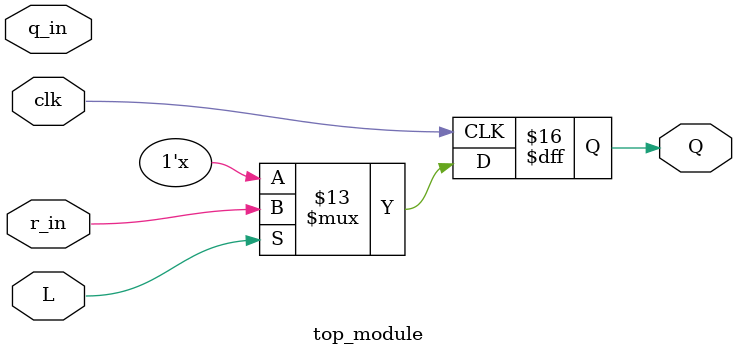
<source format=sv>
module flipflop(
    input clk,
    input D,
    input rst,
    output reg Q
);
    always @(posedge clk or posedge rst)
    begin
        if (rst)
            Q <= 1'b0;
        else
            Q <= D;
    end
endmodule
module mux_2to1(
    input S,
    input I0,
    input I1,
    output reg O
);
    always @(*)
    begin
        case (S)
            1'b0: O = I0;
            1'b1: O = I1;
        endcase
    end
endmodule
module top_module(
    input clk,
    input L,
    input q_in,
    input r_in,
    output reg Q
);
    wire q0, q1, q2;
    wire d0, d1, d2;
    wire s0, s1, s2;

    flipflop FF0 (
        .clk(clk),
        .D(d0),
        .rst(~L),
        .Q(q0)
    );

    flipflop FF1 (
        .clk(clk),
        .D(d1),
        .rst(~L),
        .Q(q1)
    );

    flipflop FF2 (
        .clk(clk),
        .D(d2),
        .rst(~L),
        .Q(q2)
    );

    mux_2to1 MUX0 (
        .S(s0),
        .I0(q0),
        .I1(r_in),
        .O(d0)
    );

    mux_2to1 MUX1 (
        .S(s1),
        .I0(q1),
        .I1(r_in),
        .O(d1)
    );

    mux_2to1 MUX2 (
        .S(s2),
        .I0(q2),
        .I1(r_in),
        .O(d2)
    );

    always @(posedge clk)
    begin
        s0 <= q_in[1] ^ q_in[2];
        s1 <= q_in[0];
        s2 <= q_in[2];

        if (L)
        begin
            Q <= r_in;
        end
        else
        begin
            Q <= {q_in[1] ^ q_in[2], q_in[0], q_in[2]};
        end
    end
endmodule

</source>
